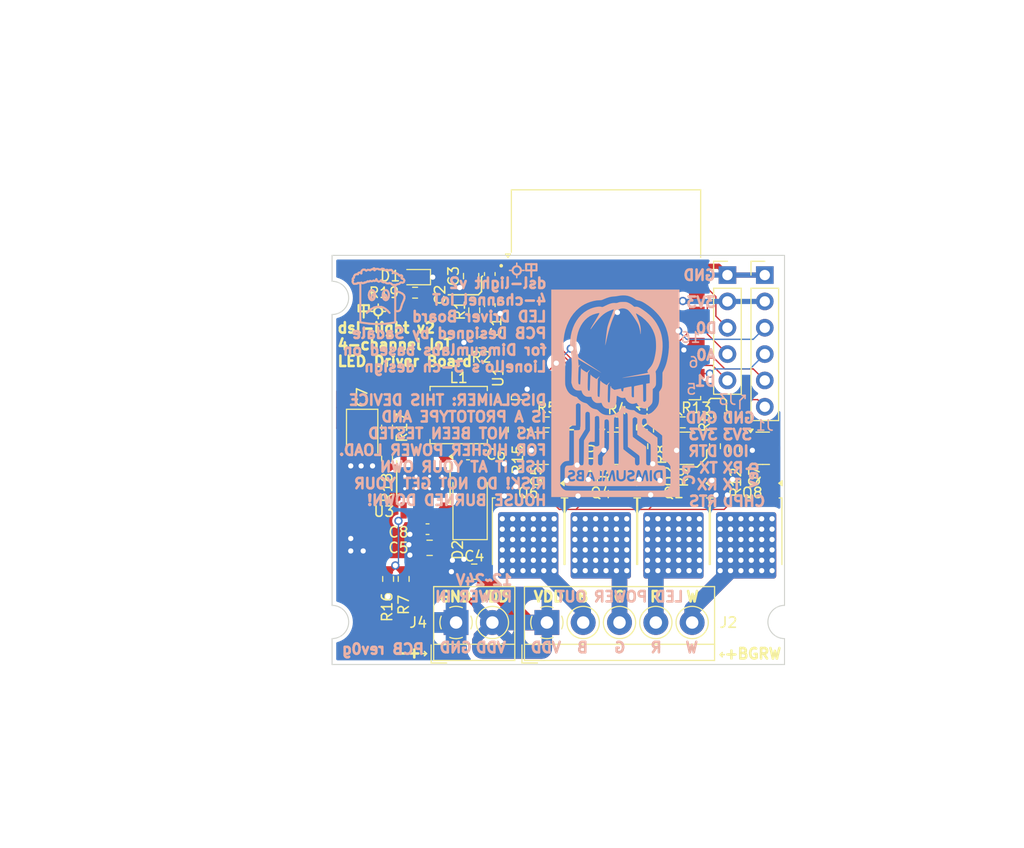
<source format=kicad_pcb>
(kicad_pcb (version 20240108) (generator "pcbnew") (generator_version "8.0")
  (layers (0 "F.Cu" signal) (31 "B.Cu" signal) (34 "B.Paste" user) (35 "F.Paste" user) (36 "B.SilkS" user "B.Silkscreen") (37 "F.SilkS" user "F.Silkscreen") (38 "B.Mask" user) (39 "F.Mask" user) (44 "Edge.Cuts" user))
  (net 0 "")
  (net 1 "CH_PD")
  (net 2 "+3V3")
  (net 3 "ESP_RX")
  (net 4 "GND")
  (net 5 "ESP_TX")
  (net 6 "IO0")
  (net 7 "CH_W_OUT")
  (net 8 "CH_G_OUT")
  (net 9 "CH_R_OUT")
  (net 10 "CH_B_OUT")
  (net 11 "Net-(Q1-G)")
  (net 12 "CH_R")
  (net 13 "Net-(Q3-D)")
  (net 14 "CH_G")
  (net 15 "CH_B")
  (net 16 "Net-(Q5-D)")
  (net 17 "Net-(Q7-D)")
  (net 18 "CH_W")
  (net 19 "Net-(U1-IO15)")
  (net 22 "VDD")
  (net 23 "Net-(U3-BOOT)")
  (net 24 "Net-(D2-K)")
  (net 25 "Net-(Q2-G)")
  (net 26 "Net-(Q2-D)")
  (net 27 "Net-(Q3-G)")
  (net 28 "Net-(Q4-G)")
  (net 29 "Net-(Q5-G)")
  (net 30 "Net-(Q6-G)")
  (net 31 "Net-(Q7-G)")
  (net 32 "Net-(Q8-G)")
  (net 33 "IO6")
  (net 34 "IO5")
  (net 35 "IO16")
  (net 36 "Net-(U3-EN)")
  (net 37 "Net-(U3-VSENSE)")
  (net 40 "Net-(D1-A)")
  (footprint "Resistor_SMD:R_0603_1608Metric" (layer "F.Cu") (at 115.3 88.4 -90)
    (property "Reference" "R17")
    (property "Value" "10k")
  )
  (footprint "Connector_PinHeader_2.54mm:PinHeader_1x06_P2.54mm_Vertical" (layer "F.Cu") (at 151.7 73.7)
    (property "Reference" "J1")
    (property "Value" "UNPOPULATED_2.54MM_PADS")
  )
  (footprint "Package_SO:TI_SO-PowerPAD-8_ThermalVias" (layer "F.Cu") (at 118.8 93.7 -90)
    (property "Reference" "U3")
    (property "Value" "TPS5430DDA")
  )
  (footprint "footprints:TO-252-2-with-heatsink" (layer "F.Cu") (at 128.9 98.5 -90)
    (property "Reference" "Q6")
    (property "Value" "IRLR7843TRPBF")
  )
  (footprint "Resistor_SMD:R_0603_1608Metric" (layer "F.Cu") (at 146.9 90.2 -90)
    (property "Reference" "R9")
    (property "Value" "100")
  )
  (footprint "Package_TO_SOT_SMD:SOT-23" (layer "F.Cu") (at 144.2 90.4)
    (property "Reference" "Q2")
    (property "Value" "AO3400A")
  )
  (footprint "Capacitor_SMD:C_0805_2012Metric" (layer "F.Cu") (at 119.4 100 180)
    (property "Reference" "C5")
    (property "Value" "10u/35V/X5R")
  )
  (footprint "Resistor_SMD:R_0603_1608Metric" (layer "F.Cu") (at 127.5 88.6 -90)
    (property "Reference" "R15")
    (property "Value" "100")
  )
  (footprint "Resistor_SMD:R_0603_1608Metric" (layer "F.Cu") (at 116.9 103 90)
    (property "Reference" "R7")
    (property "Value" "0")
  )
  (footprint "Capacitor_SMD:C_0603_1608Metric" (layer "F.Cu") (at 119.2 98.2 180)
    (property "Reference" "C8")
    (property "Value" "100n")
  )
  (footprint "Resistor_SMD:R_0603_1608Metric" (layer "F.Cu") (at 132.9 90.2 -90)
    (property "Reference" "R14")
    (property "Value" "100")
  )
  (footprint "Capacitor_SMD:C_0805_2012Metric" (layer "F.Cu") (at 123.4 73.8 -90)
    (property "Reference" "C3")
    (property "Value" "10u")
  )
  (footprint "Capacitor_SMD:C_0603_1608Metric" (layer "F.Cu") (at 123.1 91 180)
    (property "Reference" "C6")
    (property "Value" "10n")
  )
  (footprint "Resistor_SMD:R_0603_1608Metric" (layer "F.Cu") (at 147.3 87.2 90)
    (property "Reference" "R6")
    (property "Value" "10k")
  )
  (footprint "Resistor_SMD:R_0603_1608Metric" (layer "F.Cu") (at 139.9 90.2 -90)
    (property "Reference" "R11")
    (property "Value" "100")
  )
  (footprint "TerminalBlock_4Ucon:TerminalBlock_4Ucon_1x02_P3.50mm_Horizontal" (layer "F.Cu") (at 121.95 107.2)
    (property "Reference" "J4")
    (property "Value" "KF350")
  )
  (footprint "footprints:TO-252-2-with-heatsink" (layer "F.Cu") (at 149.9 98.5 -90)
    (property "Reference" "Q8")
    (property "Value" "IRLR7843TRPBF")
  )
  (footprint "Capacitor_Tantalum_SMD:CP_EIA-3528-21_Kemet-B" (layer "F.Cu") (at 112.9 89.1 -90)
    (property "Reference" "C7")
    (property "Value" "150uF/6TPE150MAZB")
  )
  (footprint "Capacitor_SMD:C_0603_1608Metric" (layer "F.Cu") (at 125.2 73.6 -90)
    (property "Reference" "C2")
    (property "Value" "100n")
  )
  (footprint "footprints:TO-252-2-with-heatsink" (layer "F.Cu") (at 135.9 98.5 -90)
    (property "Reference" "Q4")
    (property "Value" "IRLR7843TRPBF")
  )
  (footprint "RF_Module:ESP-WROOM-02" (layer "F.Cu") (at 136.4 78.7)
    (property "Reference" "U1")
    (property "Value" "ESP-WROOM-02")
  )
  (footprint "Inductor_SMD:L_Sunlord_SWPA5040S" (layer "F.Cu") (at 122.2 87.2 180)
    (property "Reference" "L1")
    (property "Value" "68uH/SWPA5040S680MT")
  )
  (footprint "Resistor_SMD:R_0603_1608Metric" (layer "F.Cu") (at 123.7 77.1 90)
    (property "Reference" "R1")
    (property "Value" "10k")
  )
  (footprint "Package_TO_SOT_SMD:SOT-23" (layer "F.Cu") (at 130.2 90.4)
    (property "Reference" "Q5")
    (property "Value" "AO3400A")
  )
  (footprint "Capacitor_SMD:C_0805_2012Metric" (layer "F.Cu") (at 123.7 102.3 180)
    (property "Reference" "C4")
    (property "Value" "10u")
  )
  (footprint "Resistor_SMD:R_0603_1608Metric" (layer "F.Cu") (at 148.75 90.5 -90)
    (property "Reference" "R12")
    (property "Value" "100")
  )
  (footprint "Connector_PinHeader_2.54mm:PinHeader_1x05_P2.54mm_Vertical" (layer "F.Cu") (at 148.1 73.7)
    (property "Reference" "J3")
    (property "Value" "UNPOPULATED_2.54MM_PADS")
  )
  (footprint "Resistor_SMD:R_0603_1608Metric" (layer "F.Cu") (at 124.4 80.2 180)
    (property "Reference" "R2")
    (property "Value" "10k")
  )
  (footprint "Diode_SMD:D_SMA" (layer "F.Cu") (at 123.3 95.7 90)
    (property "Reference" "D2")
    (property "Value" "SS54/SMA")
  )
  (footprint "Resistor_SMD:R_0603_1608Metric" (layer "F.Cu") (at 148.8 87.2 -90)
    (property "Reference" "R13")
    (property "Value" "100")
  )
  (footprint "Package_TO_SOT_SMD:SOT-23" (layer "F.Cu") (at 137.2 90.4)
    (property "Reference" "Q3")
    (property "Value" "AO3400A")
  )
  (footprint "Resistor_SMD:R_0603_1608Metric" (layer "F.Cu") (at 141.5 88.6 -90)
    (property "Reference" "R8")
    (property "Value" "100")
  )
  (footprint "Resistor_SMD:R_0603_1608Metric" (layer "F.Cu") (at 115.3 91.4 -90)
    (property "Reference" "R18")
    (property "Value" "5.6k")
  )
  (footprint "Resistor_SMD:R_0603_1608Metric" (layer "F.Cu") (at 143.8 87.9 180)
    (property "Reference" "R3")
    (property "Value" "10k")
  )
  (footprint "footprints:TO-252-2-with-heatsink" (layer "F.Cu") (at 142.9 98.5 -90)
    (property "Reference" "Q1")
    (property "Value" "IRLR7843TRPBF")
  )
  (footprint "Capacitor_SMD:C_0603_1608Metric" (layer "F.Cu") (at 125.2 76.6 -90)
    (property "Reference" "C1")
    (property "Value" "100n")
  )
  (footprint "Resistor_SMD:R_0603_1608Metric" (layer "F.Cu") (at 137.6 87.9 180)
    (property "Reference" "R4")
    (property "Value" "10k")
  )
  (footprint "Resistor_SMD:R_0603_1608Metric" (layer "F.Cu") (at 118 75.4 180)
    (property "Reference" "R19")
    (property "Value" "100")
  )
  (footprint "Resistor_SMD:R_0603_1608Metric" (layer "F.Cu") (at 130.7 87.9 180)
    (property "Reference" "R5")
    (property "Value" "10k")
  )
  (footprint "Resistor_SMD:R_0603_1608Metric" (layer "F.Cu") (at 134.5 88.6 -90)
    (property "Reference" "R10")
    (property "Value" "100")
  )
  (footprint "Resistor_SMD:R_0603_1608Metric" (layer "F.Cu") (at 115.4 103 -90)
    (property "Reference" "R16")
    (property "Value" "NC")
  )
  (footprint "LED_SMD:LED_0603_1608Metric" (layer "F.Cu") (at 118 73.9 180)
    (property "Reference" "D1")
    (property "Value" "Red/0603")
  )
  (footprint "TerminalBlock_4Ucon:TerminalBlock_4Ucon_1x05_P3.50mm_Horizontal" (layer "F.Cu") (at 130.7 107.2)
    (property "Reference" "J2")
    (property "Value" "KF350")
  )
  (footprint "Package_TO_SOT_SMD:SOT-23" (layer "F.Cu") (at 151.5 90.4)
    (property "Reference" "Q7")
    (property "Value" "AO3400A")
  )
  (footprint "footprints:dimsumlabs" (layer "B.Cu") (at 137.3 85.1 180)
    (property "Reference" "G***" (hide yes))
    (property "Value" "LOGO" (hide yes))
  )
  (gr_line (start 112.690758 73.45134) (end 112.797114 73.521402) (stroke (width 0.2)) (layer "B.SilkS"))
  (gr_line (start 113.435162 74.296419) (end 113.374647 74.346359) (stroke (width 0.2)) (layer "B.SilkS"))
  (gr_line (start 113.289763 73.275228) (end 113.44414 73.189122) (stroke (width 0.2)) (layer "B.SilkS"))
  (gr_line (start 114.671089 73.158216) (end 114.690774 73.1679) (stroke (width 0.2)) (layer "B.SilkS"))
  (gr_line (start 116.580703 77.026748) (end 116.515752 77.11179) (stroke (width 0.2)) (layer "B.SilkS"))
  (gr_line (start 114.818432 73.087581) (end 114.970143 73.107384) (stroke (width 0.2)) (layer "B.SilkS"))
  (gr_line (start 112.178452 74.548977) (end 112.083567 74.52871) (stroke (width 0.2)) (layer "B.SilkS"))
  (gr_line (start 113.915286 76.057832) (end 113.816247 75.987606) (stroke (width 0.2)) (layer "B.SilkS"))
  (gr_line (start 113.317362 74.367208) (end 113.202501 74.41509) (stroke (width 0.2)) (layer "B.SilkS"))
  (gr_line (start 112.635248 74.468496) (end 112.618208 74.46585) (stroke (width 0.2)) (layer "B.SilkS"))
  (gr_line (start 116.267321 74.585167) (end 116.158018 74.648696) (stroke (width 0.2)) (layer "B.SilkS"))
  (gr_line (start 116.46502 74.546096) (end 116.267321 74.585167) (stroke (width 0.2)) (layer "B.SilkS"))
  (gr_line (start 112.811508 73.547251) (end 112.833256 73.495843) (stroke (width 0.2)) (layer "B.SilkS"))
  (gr_line (start 114.299776 73.098285) (end 114.422151 73.10194) (stroke (width 0.2)) (layer "B.SilkS"))
  (gr_line (start 114.339069 74.260298) (end 114.272973 74.102548) (stroke (width 0.2)) (layer "B.SilkS"))
  (gr_line (start 116.912663 76.122541) (end 116.752807 76.488418) (stroke (width 0.2)) (layer "B.SilkS"))
  (gr_line (start 113.081766 74.456452) (end 112.946298 74.48613) (stroke (width 0.2)) (layer "B.SilkS"))
  (gr_line (start 112.91126 73.224651) (end 112.99982 73.175348) (stroke (width 0.2)) (layer "B.SilkS"))
  (gr_line (start 113.993909 74.235626) (end 113.983035 74.244436) (stroke (width 0.2)) (layer "B.SilkS"))
  (gr_line (start 115.282044 74.492348) (end 115.187633 74.452373) (stroke (width 0.2)) (layer "B.SilkS"))
  (gr_line (start 113.44414 73.189122) (end 113.62289 73.21295) (stroke (width 0.2)) (layer "B.SilkS"))
  (gr_line (start 113.374647 74.346359) (end 113.317362 74.367208) (stroke (width 0.2)) (layer "B.SilkS"))
  (gr_line (start 114.045826 76.833624) (end 113.762147 76.984623) (stroke (width 0.2)) (layer "B.SilkS"))
  (gr_line (start 112.99982 73.175348) (end 113.162976 73.177737) (stroke (width 0.2)) (layer "B.SilkS"))
  (gr_line (start 114.158417 74.257666) (end 114.071865 74.268623) (stroke (width 0.2)) (layer "B.SilkS"))
  (gr_line (start 114.272973 74.102548) (end 114.260644 74.098447) (stroke (width 0.2)) (layer "B.SilkS"))
  (gr_line (start 116.642513 74.40606) (end 116.640396 74.404208) (stroke (width 0.2)) (layer "B.SilkS"))
  (gr_line (start 114.071865 74.268623) (end 113.993909 74.235626) (stroke (width 0.2)) (layer "B.SilkS"))
  (gr_line (start 113.541797 74.323751) (end 113.512714 74.312585) (stroke (width 0.2)) (layer "B.SilkS"))
  (gr_line (start 113.131119 74.415619) (end 113.081766 74.456452) (stroke (width 0.2)) (layer "B.SilkS"))
  (gr_line (start 115.187633 74.452373) (end 115.117243 74.378662) (stroke (width 0.2)) (layer "B.SilkS"))
  (gr_line (start 116.966514 74.217434) (end 116.926874 74.367576) (stroke (width 0.2)) (layer "B.SilkS"))
  (gr_line (start 116.188655 73.557679) (end 116.285008 73.572072) (stroke (width 0.2)) (layer "B.SilkS"))
  (gr_line (start 113.842703 75.144417) (end 113.960315 75.182837) (stroke (width 0.2)) (layer "B.SilkS"))
  (gr_line (start 112.850439 73.301336) (end 112.91126 73.224651) (stroke (width 0.2)) (layer "B.SilkS"))
  (gr_line (start 149.3 86.6) (end 149.3 85.8) (stroke (width 0.15)) (layer "B.SilkS"))
  (gr_line (start 116.515752 77.11179) (end 116.421423 77.166581) (stroke (width 0.2)) (layer "B.SilkS"))
  (gr_line (start 114.040037 73.050086) (end 114.040098 73.050393) (stroke (width 0.2)) (layer "B.SilkS"))
  (gr_line (start 113.727072 76.084997) (end 113.629046 75.979017) (stroke (width 0.2)) (layer "B.SilkS"))
  (gr_line (start 116.425134 73.703088) (end 116.483297 73.743921) (stroke (width 0.2)) (layer "B.SilkS"))
  (gr_line (start 114.690774 73.1679) (end 114.818432 73.087581) (stroke (width 0.2)) (layer "B.SilkS"))
  (gr_line (start 128.7 72.65) (end 129.7 72.65) (stroke (width 0.2)) (layer "B.SilkS"))
  (gr_line (start 114.080637 73.063913) (end 114.118505 73.118397) (stroke (width 0.2)) (layer "B.SilkS"))
  (gr_line (start 116.926874 74.367576) (end 116.792655 74.445697) (stroke (width 0.2)) (layer "B.SilkS"))
  (gr_line (start 114.767062 74.28584) (end 114.729771 74.192718) (stroke (width 0.2)) (layer "B.SilkS"))
  (gr_line (start 115.784744 73.262457) (end 115.888736 73.423733) (stroke (width 0.2)) (layer "B.SilkS"))
  (gr_line (start 115.895774 73.494824) (end 115.938957 73.473367) (stroke (width 0.2)) (layer "B.SilkS"))
  (gr_line (start 115.266841 73.193427) (end 115.360123 73.211088) (stroke (width 0.2)) (layer "B.SilkS"))
  (gr_line (start 113.727072 75.181631) (end 113.842703 75.144417) (stroke (width 0.2)) (layer "B.SilkS"))
  (gr_line (start 114.970143 73.107384) (end 115.080008 73.236639) (stroke (width 0.2)) (layer "B.SilkS"))
  (gr_line (start 114.875401 75.633314) (end 114.899145 75.823614) (stroke (width 0.2)) (layer "B.SilkS"))
  (gr_line (start 114.121112 75.443013) (end 114.144857 75.633314) (stroke (width 0.2)) (layer "B.SilkS"))
  (gr_line (start 114.964906 75.818064) (end 114.964906 75.818064) (stroke (width 0.2)) (layer "B.SilkS"))
  (gr_line (start 114.040098 73.050393) (end 114.080637 73.063913) (stroke (width 0.2)) (layer "B.SilkS"))
  (gr_line (start 115.688314 74.5082) (end 115.563468 74.481175) (stroke (width 0.2)) (layer "B.SilkS"))
  (gr_line (start 115.563468 74.481175) (end 115.531446 74.460035) (stroke (width 0.2)) (layer "B.SilkS"))
  (gr_line (start 114.014325 75.987606) (end 113.915286 76.057832) (stroke (width 0.2)) (layer "B.SilkS"))
  (gr_line (start 116.888393 74.083215) (end 116.966514 74.217434) (stroke (width 0.2)) (layer "B.SilkS"))
  (gr_line (start 115.104969 76.057832) (end 115.20401 75.987607) (stroke (width 0.2)) (layer "B.SilkS"))
  (gr_line (start 116.095812 78.260213) (end 115.272452 78.384494) (stroke (width 0.2)) (layer "B.SilkS"))
  (gr_line (start 114.899145 75.823614) (end 114.963899 75.979016) (stroke (width 0.2)) (layer "B.SilkS"))
  (gr_line (start 113.542022 77.152496) (end 113.345871 77.348785) (stroke (width 0.2)) (layer "B.SilkS"))
  (gr_line (start 113.762147 76.984623) (end 113.542022 77.152496) (stroke (width 0.2)) (layer "B.SilkS"))
  (gr_line (start 115.20401 75.64852) (end 115.104969 75.578294) (stroke (width 0.2)) (layer "B.SilkS"))
  (gr_line (start 114.121112 75.823614) (end 114.056358 75.979016) (stroke (width 0.2)) (layer "B.SilkS"))
  (gr_line (start 114.963899 75.979016) (end 115.059943 76.083791) (stroke (width 0.2)) (layer "B.SilkS"))
  (gr_line (start 149.8 85.3) (end 149.8 85.6) (stroke (width 0.15)) (layer "B.SilkS"))
  (gr_line (start 113.816246 75.648521) (end 113.915286 75.578294) (stroke (width 0.2)) (layer "B.SilkS"))
  (gr_line (start 113.563546 75.44622) (end 113.629046 75.28761) (stroke (width 0.2)) (layer "B.SilkS"))
  (gr_line (start 113.622583 74.290553) (end 113.541797 74.323751) (stroke (width 0.2)) (layer "B.SilkS"))
  (gr_line (start 128.7 73.25) (end 128.7 72.65) (stroke (width 0.2)) (layer "B.SilkS"))
  (gr_line (start 114.187033 73.145103) (end 114.299776 73.098285) (stroke (width 0.2)) (layer "B.SilkS"))
  (gr_line (start 112.393476 74.522803) (end 112.287143 74.533711) (stroke (width 0.2)) (layer "B.SilkS"))
  (gr_line (start 115.080008 73.236639) (end 115.263904 73.193162) (stroke (width 0.2)) (layer "B.SilkS"))
  (gr_line (start 115.177555 75.144417) (end 115.059943 75.182837) (stroke (width 0.2)) (layer "B.SilkS"))
  (gr_line (start 112.110298 73.945301) (end 112.122324 73.797324) (stroke (width 0.2)) (layer "B.SilkS"))
  (gr_line (start 116.982297 75.786984) (end 116.970131 75.950446) (stroke (width 0.2)) (layer "B.SilkS"))
  (gr_line (start 129.2 72.65) (end 129.2 73.85) (stroke (width 0.2)) (layer "B.SilkS"))
  (gr_line (start 112.495415 74.465559) (end 112.477794 74.459977) (stroke (width 0.2)) (layer "B.SilkS"))
  (gr_line (start 127.4 73.25) (end 127.1 73.25) (stroke (width 0.15)) (layer "B.SilkS"))
  (gr_line (start 116.703616 73.971879) (end 116.746211 74.042969) (stroke (width 0.2)) (layer "B.SilkS"))
  (gr_line (start 115.772483 74.60624) (end 115.688314 74.5082) (stroke (width 0.2)) (layer "B.SilkS"))
  (gr_line (start 112.287143 74.533711) (end 112.178452 74.548977) (stroke (width 0.2)) (layer "B.SilkS"))
  (gr_line (start 114.118505 73.118397) (end 114.106778 73.183767) (stroke (width 0.2)) (layer "B.SilkS"))
  (gr_line (start 115.20401 75.987607) (end 115.245034 75.818064) (stroke (width 0.2)) (layer "B.SilkS"))
  (gr_line (start 116.663688 76.78678) (end 116.580703 77.026748) (stroke (width 0.2)) (layer "B.SilkS"))
  (gr_line (start 115.360123 73.211088) (end 115.435166 73.268042) (stroke (width 0.2)) (layer "B.SilkS"))
  (gr_line (start 112.210472 73.672397) (end 112.348016 73.6112) (stroke (width 0.2)) (layer "B.SilkS"))
  (gr_line (start 113.915286 75.578294) (end 114.014325 75.648521) (stroke (width 0.2)) (layer "B.SilkS"))
  (gr_line (start 113.629046 75.979017) (end 113.563546 75.820407) (stroke (width 0.2)) (layer "B.SilkS"))
  (gr_line (start 128.2 73.25) (end 128.5 73.25) (stroke (width 0.15)) (layer "B.SilkS"))
  (gr_line (start 115.39121 75.979016) (end 115.455964 75.823614) (stroke (width 0.2)) (layer "B.SilkS"))
  (gr_line (start 115.245034 75.818064) (end 115.20401 75.64852) (stroke (width 0.2)) (layer "B.SilkS"))
  (gr_line (start 115.272452 78.384494) (end 114.43643 78.42647) (stroke (width 0.2)) (layer "B.SilkS"))
  (gr_line (start 115.531446 74.460035) (end 115.409263 74.504404) (stroke (width 0.2)) (layer "B.SilkS"))
  (gr_line (start 113.654602 74.27235) (end 113.622583 74.290553) (stroke (width 0.2)) (layer "B.SilkS"))
  (gr_line (start 127.8 72.85) (end 127.8 72.55) (stroke (width 0.15)) (layer "B.SilkS"))
  (gr_line (start 114.52891 73.152924) (end 114.671089 73.158216) (stroke (width 0.2)) (layer "B.SilkS"))
  (gr_line (start 116.285008 73.572072) (end 116.369733 73.624433) (stroke (width 0.2)) (layer "B.SilkS"))
  (gr_line (start 113.563546 75.820407) (end 113.540546 75.633314) (stroke (width 0.2)) (layer "B.SilkS"))
  (gr_line (start 113.960315 75.182837) (end 114.056358 75.287612) (stroke (width 0.2)) (layer "B.SilkS"))
  (gr_line (start 113.827389 74.300766) (end 113.67106 74.26002) (stroke (width 0.2)) (layer "B.SilkS"))
  (gr_line (start 113.202501 74.41509) (end 113.131119 74.415619) (stroke (width 0.2)) (layer "B.SilkS"))
  (gr_line (start 114.235217 74.193082) (end 114.158417 74.257666) (stroke (width 0.2)) (layer "B.SilkS"))
  (gr_line (start 116.746211 74.042969) (end 116.888393 74.083215) (stroke (width 0.2)) (layer "B.SilkS"))
  (gr_line (start 113.816247 75.987606) (end 113.775223 75.818064) (stroke (width 0.2)) (layer "B.SilkS"))
  (gr_line (start 114.899145 75.443013) (end 114.875401 75.633314) (stroke (width 0.2)) (layer "B.SilkS"))
  (gr_line (start 112.006013 74.425893) (end 111.975895 74.339263) (stroke (width 0.2)) (layer "B.SilkS"))
  (gr_line (start 114.43643 78.42647) (end 113.587619 78.385318) (stroke (width 0.2)) (layer "B.SilkS"))
  (gr_line (start 114.014325 75.648521) (end 114.055348 75.818064) (stroke (width 0.2)) (layer "B.SilkS"))
  (gr_line (start 116.158018 74.648696) (end 116.029667 74.650088) (stroke (width 0.2)) (layer "B.SilkS"))
  (gr_line (start 112.591475 74.458521) (end 112.495415 74.465559) (stroke (width 0.2)) (layer "B.SilkS"))
  (gr_line (start 112.773905 74.462622) (end 112.635248 74.468496) (stroke (width 0.2)) (layer "B.SilkS"))
  (gr_circle (center 127.8 73.25) (end 128.2 73.25) (stroke (width 0.2)) (fill none) (layer "B.SilkS"))
  (gr_line (start 115.39121 75.287612) (end 115.295167 75.182837) (stroke (width 0.2)) (layer "B.SilkS"))
  (gr_line (start 116.640396 74.404208) (end 116.545805 74.472949) (stroke (width 0.2)) (layer "B.SilkS"))
  (gr_line (start 115.409263 74.504404) (end 115.282044 74.492348) (stroke (width 0.2)) (layer "B.SilkS"))
  (gr_line (start 114.106778 73.183767) (end 114.073581 73.213731) (stroke (width 0.2)) (layer "B.SilkS"))
  (gr_line (start 116.029667 74.650088) (end 115.895417 74.658607) (stroke (width 0.2)) (layer "B.SilkS"))
  (gr_line (start 113.67106 74.26002) (end 113.654602 74.27235) (stroke (width 0.2)) (layer "B.SilkS"))
  (gr_line (start 115.144597 76.95708) (end 114.945404 76.841807) (stroke (width 0.2)) (layer "B.SilkS"))
  (gr_line (start 114.056358 75.979016) (end 113.960315 76.083791) (stroke (width 0.2)) (layer "B.SilkS"))
  (gr_line (start 115.642856 73.206058) (end 115.706896 73.197829) (stroke (width 0.2)) (layer "B.SilkS"))
  (gr_line (start 116.084877 74.669992) (end 116.084877 78.250887) (stroke (width 0.2)) (layer "B.SilkS"))
  (gr_line (start 149.3 85.8) (end 149.8 85.3) (stroke (width 0.15)) (layer "B.SilkS"))
  (gr_line (start 116.510912 73.778587) (end 116.57877 73.714841) (stroke (width 0.2)) (layer "B.SilkS"))
  (gr_line (start 115.455964 75.823614) (end 115.479709 75.633314) (stroke (width 0.2)) (layer "B.SilkS"))
  (gr_line (start 115.938957 73.473367) (end 116.069095 73.492178) (stroke (width 0.2)) (layer "B.SilkS"))
  (gr_line (start 111.994612 74.136767) (end 111.99485 74.056635) (stroke (width 0.2)) (layer "B.SilkS"))
  (gr_line (start 112.723362 74.478325) (end 112.723362 78.250887) (stroke (width 0.2)) (layer "B.SilkS"))
  (gr_line (start 111.99485 74.056635) (end 112.038075 73.984187) (stroke (width 0.2)) (layer "B.SilkS"))
  (gr_line (start 113.960315 76.083791) (end 113.842703 76.122211) (stroke (width 0.2)) (layer "B.SilkS"))
  (gr_line (start 112.946298 74.48613) (end 112.822668 74.429428) (stroke (width 0.2)) (layer "B.SilkS"))
  (gr_line (start 112.122324 73.797324) (end 112.210472 73.672397) (stroke (width 0.2)) (layer "B.SilkS"))
  (gr_line (start 116.926412 75.633208) (end 116.982297 75.786984) (stroke (width 0.2)) (layer "B.SilkS"))
  (gr_line (start 116.136559 73.501755) (end 116.185718 73.550932) (stroke (width 0.2)) (layer "B.SilkS"))
  (gr_line (start 116.970131 75.950446) (end 116.912663 76.122541) (stroke (width 0.2)) (layer "B.SilkS"))
  (gr_line (start 129.7 73.25) (end 128.7 73.25) (stroke (width 0.2)) (layer "B.SilkS"))
  (gr_line (start 115.117243 74.378662) (end 114.977777 74.408791) (stroke (width 0.2)) (layer "B.SilkS"))
  (gr_line (start 116.683349 73.957194) (end 116.703616 73.971879) (stroke (width 0.2)) (layer "B.SilkS"))
  (gr_line (start 116.519501 75.358924) (end 116.779729 75.49017) (stroke (width 0.2)) (layer "B.SilkS"))
  (gr_line (start 114.073581 73.213731) (end 114.076518 73.216668) (stroke (width 0.2)) (layer "B.SilkS"))
  (gr_line (start 116.792655 74.445697) (end 116.642513 74.40606) (stroke (width 0.2)) (layer "B.SilkS"))
  (gr_line (start 114.105601 73.230479) (end 114.187033 73.145103) (stroke (width 0.2)) (layer "B.SilkS"))
  (gr_line (start 114.422151 73.10194) (end 114.52891 73.152924) (stroke (width 0.2)) (layer "B.SilkS"))
  (gr_line (start 113.775223 75.818064) (end 113.816246 75.648521) (stroke (width 0.2)) (layer "B.SilkS"))
  (gr_line (start 112.618208 74.46585) (end 112.591475 74.458521) (stroke (width 0.2)) (layer "B.SilkS"))
  (gr_line (start 115.059943 76.083791) (end 115.177555 76.122211) (stroke (width 0.2)) (layer "B.SilkS"))
  (gr_line (start 114.076518 73.216668) (end 114.105601 73.230479) (stroke (width 0.2)) (layer "B.SilkS"))
  (gr_line (start 114.260644 74.098447) (end 114.235217 74.193082) (stroke (width 0.2)) (layer "B.SilkS"))
  (gr_line (start 113.947494 73.14409) (end 113.960723 73.090038) (stroke (width 0.2)) (layer "B.SilkS"))
  (gr_line (start 116.12298 75.240524) (end 116.519501 75.358924) (stroke (width 0.2)) (layer "B.SilkS"))
  (gr_line (start 115.346319 77.124093) (end 115.144597 76.95708) (stroke (width 0.2)) (layer "B.SilkS"))
  (gr_line (start 114.963899 75.287612) (end 114.899145 75.443013) (stroke (width 0.2)) (layer "B.SilkS"))
  (gr_line (start 113.842703 76.122211) (end 113.727072 76.084997) (stroke (width 0.2)) (layer "B.SilkS"))
  (gr_line (start 115.706896 73.197829) (end 115.784744 73.262457) (stroke (width 0.2)) (layer "B.SilkS"))
  (gr_line (start 115.479709 75.633314) (end 115.455964 75.443013) (stroke (width 0.2)) (layer "B.SilkS"))
  (gr_line (start 114.945404 76.841807) (end 114.750411 76.772332) (stroke (width 0.2)) (layer "B.SilkS"))
  (gr_line (start 115.5489 77.348785) (end 115.346319 77.124093) (stroke (width 0.2)) (layer "B.SilkS"))
  (gr_line (start 114.055348 75.818064) (end 114.055348 75.818064) (stroke (width 0.2)) (layer "B.SilkS"))
  (gr_line (start 114.506267 74.333881) (end 114.339069 74.260298) (stroke (width 0.2)) (layer "B.SilkS"))
  (gr_line (start 115.059943 75.182837) (end 114.963899 75.287612) (stroke (width 0.2)) (layer "B.SilkS"))
  (gr_line (start 116.545805 74.472949) (end 116.46502 74.546096) (stroke (width 0.2)) (layer "B.SilkS"))
  (gr_line (start 112.493365 73.626862) (end 112.508963 73.543392) (stroke (width 0.2)) (layer "B.SilkS"))
  (gr_line (start 113.62289 73.21295) (end 113.668422 73.24115) (stroke (width 0.2)) (layer "B.SilkS"))
  (gr_line (start 112.833256 73.495843) (end 112.822668 73.395151) (stroke (width 0.2)) (layer "B.SilkS"))
  (gr_line (start 113.512714 74.312585) (end 113.435162 74.296419) (stroke (width 0.2)) (layer "B.SilkS"))
  (gr_line (start 116.751209 73.786517) (end 116.751802 73.88572) (stroke (width 0.2)) (layer "B.SilkS"))
  (gr_line (start 115.550908 73.211641) (end 115.642856 73.206058) (stroke (width 0.2)) (layer "B.SilkS"))
  (gr_line (start 113.587619 78.385318) (end 112.725894 78.260213) (stroke (width 0.2)) (layer "B.SilkS"))
  (gr_line (start 113.983035 74.244436) (end 113.827389 74.300766) (stroke (width 0.2)) (layer "B.SilkS"))
  (gr_line (start 114.839049 74.36075) (end 114.767062 74.28584) (stroke (width 0.2)) (layer "B.SilkS"))
  (gr_line (start 113.668422 73.24115) (end 113.812659 73.145677) (stroke (width 0.2)) (layer "B.SilkS"))
  (gr_line (start 115.435166 73.268042) (end 115.550908 73.211641) (stroke (width 0.2)) (layer "B.SilkS"))
  (gr_line (start 113.540546 75.633314) (end 113.563546 75.44622) (stroke (width 0.2)) (layer "B.SilkS"))
  (gr_line (start 116.779729 75.49017) (end 116.926412 75.633208) (stroke (width 0.2)) (layer "B.SilkS"))
  (gr_line (start 114.379701 76.74702) (end 114.045826 76.833624) (stroke (width 0.2)) (layer "B.SilkS"))
  (gr_line (start 115.888736 73.423733) (end 115.895774 73.494824) (stroke (width 0.2)) (layer "B.SilkS"))
  (gr_line (start 114.875401 75.633314) (end 114.875401 75.633314) (stroke (width 0.2)) (layer "B.SilkS"))
  (gr_line (start 115.295167 76.083791) (end 115.39121 75.979016) (stroke (width 0.2)) (layer "B.SilkS"))
  (gr_line (start 111.997202 74.24758) (end 112.032453 74.204691) (stroke (width 0.2)) (layer "B.SilkS"))
  (gr_line (start 114.964906 75.818064) (end 115.00593 75.987606) (stroke (width 0.2)) (layer "B.SilkS"))
  (gr_line (start 116.069095 73.492178) (end 116.136559 73.501755) (stroke (width 0.2)) (layer "B.SilkS"))
  (gr_line (start 112.797114 73.521402) (end 112.811508 73.547251) (stroke (width 0.2)) (layer "B.SilkS"))
  (gr_line (start 116.185718 73.550932) (end 116.188655 73.557679) (stroke (width 0.2)) (layer "B.SilkS"))
  (gr_line (start 113.960723 73.090038) (end 114.040037 73.050086) (stroke (width 0.2)) (layer "B.SilkS"))
  (gr_line (start 112.822668 73.395151) (end 112.850439 73.301336) (stroke (width 0.2)) (layer "B.SilkS"))
  (gr_line (start 129.7 72.65) (end 129.7 73.25) (stroke (width 0.2)) (layer "B.SilkS"))
  (gr_line (start 112.032453 74.204691) (end 111.994612 74.136767) (stroke (width 0.2)) (layer "B.SilkS"))
  (gr_line (start 114.977777 74.408791) (end 114.839049 74.36075) (stroke (width 0.2)) (layer "B.SilkS"))
  (gr_line (start 115.895417 74.658607) (end 115.772483 74.60624) (stroke (width 0.2)) (layer "B.SilkS"))
  (gr_line (start 114.144857 75.633314) (end 114.144857 75.633314) (stroke (width 0.2)) (layer "B.SilkS"))
  (gr_line (start 112.083567 74.52871) (end 112.006013 74.425893) (stroke (width 0.2)) (layer "B.SilkS"))
  (gr_line (start 116.679829 73.71496) (end 116.751209 73.786517) (stroke (width 0.2)) (layer "B.SilkS"))
  (gr_line (start 112.348016 73.6112) (end 112.493365 73.626862) (stroke (width 0.2)) (layer "B.SilkS"))
  (gr_line (start 113.629046 75.28761) (end 113.727072 75.181631) (stroke (width 0.2)) (layer "B.SilkS"))
  (gr_line (start 114.055348 75.818064) (end 114.014325 75.987606) (stroke (width 0.2)) (layer "B.SilkS"))
  (gr_line (start 112.038075 73.984187) (end 112.110298 73.945301) (stroke (width 0.2)) (layer "B.SilkS"))
  (gr_line (start 116.57877 73.714841) (end 116.679829 73.71496) (stroke (width 0.2)) (layer "B.SilkS"))
  (gr_line (start 116.287413 77.185903) (end 116.103416 77.164539) (stroke (width 0.2)) (layer "B.SilkS"))
  (gr_line (start 114.729771 74.192718) (end 114.676601 74.267627) (stroke (width 0.2)) (layer "B.SilkS"))
  (gr_line (start 115.00593 75.987606) (end 115.104969 76.057832) (stroke (width 0.2)) (layer "B.SilkS"))
  (gr_line (start 115.263904 73.193162) (end 115.266841 73.193427) (stroke (width 0.2)) (layer "B.SilkS"))
  (gr_line (start 116.421423 77.166581) (end 116.287413 77.185903) (stroke (width 0.2)) (layer "B.SilkS"))
  (gr_line (start 116.752807 76.488418) (end 116.663688 76.78678) (stroke (width 0.2)) (layer "B.SilkS"))
  (gr_line (start 115.455964 75.443013) (end 115.39121 75.287612) (stroke (width 0.2)) (layer "B.SilkS"))
  (gr_line (start 116.369733 73.624433) (end 116.425134 73.703088) (stroke (width 0.2)) (layer "B.SilkS"))
  (gr_line (start 113.162976 73.177737) (end 113.289763 73.275228) (stroke (width 0.2)) (layer "B.SilkS"))
  (gr_line (start 127.8 73.65) (end 127.8 73.95) (stroke (width 0.15)) (layer "B.SilkS"))
  (gr_line (start 112.477794 74.459977) (end 112.393476 74.522803) (stroke (width 0.2)) (layer "B.SilkS"))
  (gr_line (start 114.144857 75.633314) (end 114.121112 75.823614) (stroke (width 0.2)) (layer "B.SilkS"))
  (gr_line (start 112.565924 73.477044) (end 112.690758 73.45134) (stroke (width 0.2)) (layer "B.SilkS"))
  (gr_line (start 115.177555 76.122211) (end 115.295167 76.083791) (stroke (width 0.2)) (layer "B.SilkS"))
  (gr_line (start 116.751802 73.88572) (end 116.683349 73.957194) (stroke (width 0.2)) (layer "B.SilkS"))
  (gr_line (start 115.104969 75.578294) (end 115.005929 75.648521) (stroke (width 0.2)) (layer "B.SilkS"))
  (gr_line (start 115.005929 75.648521) (end 114.964906 75.818064) (stroke (width 0.2)) (layer "B.SilkS"))
  (gr_line (start 115.295167 75.182837) (end 115.177555 75.144417) (stroke (width 0.2)) (layer "B.SilkS"))
  (gr_line (start 111.975895 74.339263) (end 111.997202 74.24758) (stroke (width 0.2)) (layer "B.SilkS"))
  (gr_line (start 149.8 85.3) (end 149.5 85.3) (stroke (width 0.15)) (layer "B.SilkS"))
  (gr_line (start 112.508963 73.543392) (end 112.565924 73.477044) (stroke (width 0.2)) (layer "B.SilkS"))
  (gr_line (start 113.812659 73.145677) (end 113.947494 73.14409) (stroke (width 0.2)) (layer "B.SilkS"))
  (gr_line (start 114.676601 74.267627) (end 114.506267 74.333881) (stroke (width 0.2)) (layer "B.SilkS"))
  (gr_line (start 116.483297 73.743921) (end 116.510912 73.778587) (stroke (width 0.2)) (layer "B.SilkS"))
  (gr_line (start 112.822668 74.429428) (end 112.773905 74.462622) (stroke (width 0.2)) (layer "B.SilkS"))
  (gr_line (start 114.750411 76.772332) (end 114.379701 76.74702) (stroke (width 0.2)) (layer "B.SilkS"))
  (gr_line (start 114.056358 75.287612) (end 114.121112 75.443013) (stroke (width 0.2)) (layer "B.SilkS"))
  (gr_line (start 144.3 92.4) (end 144.5 92.2) (stroke (width 0.15)) (layer "F.SilkS"))
  (gr_line (start 114.45 76.5) (end 114.45 76.8) (stroke (width 0.15)) (layer "F.SilkS"))
  (gr_circle (center 114.45 77.2) (end 114.05 77.2) (stroke (width 0.2)) (fill none) (layer "F.SilkS"))
  (gr_line (start 112.55 76.6) (end 113.55 76.6) (stroke (width 0.2)) (layer "F.SilkS"))
  (gr_line (start 144.5 92.2) (end 145.2 92.2) (stroke (width 0.15)) (layer "F.SilkS"))
  (gr_line (start 124.4 73.9) (end 124.5 73.8) (stroke (width 0.15)) (layer "F.SilkS"))
  (gr_line (start 119.1 110.2) (end 118.7 110.2) (stroke (width 0.15)) (layer "F.SilkS"))
  (gr_line (start 145.2 92.2) (end 146.1 91.3) (stroke (width 0.15)) (layer "F.SilkS"))
  (gr_line (start 146.1 91.3) (end 146.1 90.6) (stroke (width 0.15)) (layer "F.SilkS"))
  (gr_line (start 121.2 75.6) (end 124.1 75.6) (stroke (width 0.15)) (layer "F.SilkS"))
  (gr_circle (center 126.3 72.8) (end 126.4 72.8) (stroke (width 0.15)) (fill solid) (layer "F.SilkS"))
  (gr_line (start 112.55 77.2) (end 112.55 76.6) (stroke (width 0.2)) (layer "F.SilkS"))
  (gr_line (start 119.1 110.2) (end 118.9 110) (stroke (width 0.15)) (layer "F.SilkS"))
  (gr_line (start 119.1 110.2) (end 118.9 110.4) (stroke (width 0.15)) (layer "F.SilkS"))
  (gr_line (start 113.05 77.8) (end 113.05 76.6) (stroke (width 0.2)) (layer "F.SilkS"))
  (gr_line (start 146.5 85.6) (end 147.8 85.6) (stroke (width 0.15)) (layer "F.SilkS"))
  (gr_line (start 147.4 110.3) (end 147.6 110.5) (stroke (width 0.15)) (layer "F.SilkS"))
  (gr_line (start 113.75 77.2) (end 114.05 77.2) (stroke (width 0.15)) (layer "F.SilkS"))
  (gr_line (start 113.55 76.6) (end 113.55 77.2) (stroke (width 0.2)) (layer "F.SilkS"))
  (gr_line (start 143.5 87) (end 143.7 87.2) (stroke (width 0.15)) (layer "F.SilkS"))
  (gr_line (start 146.3 85.8) (end 146.5 85.6) (stroke (width 0.15)) (layer "F.SilkS"))
  (gr_line (start 115.15 77.2) (end 114.85 77.2) (stroke (width 0.15)) (layer "F.SilkS"))
  (gr_line (start 124.4 75.3) (end 124.4 73.9) (stroke (width 0.15)) (layer "F.SilkS"))
  (gr_line (start 147.4 110.3) (end 147.6 110.1) (stroke (width 0.15)) (layer "F.SilkS"))
  (gr_line (start 114.45 77.9) (end 114.45 77.6) (stroke (width 0.15)) (layer "F.SilkS"))
  (gr_line (start 124.1 75.6) (end 124.4 75.3) (stroke (width 0.15)) (layer "F.SilkS"))
  (gr_line (start 147.8 110.3) (end 147.4 110.3) (stroke (width 0.15)) (layer "F.SilkS"))
  (gr_line (start 146.1 90.6) (end 146.2 90.5) (stroke (width 0.15)) (layer "F.SilkS"))
  (gr_line (start 147.8 85.6) (end 148 85.8) (stroke (width 0.15)) (layer "F.SilkS"))
  (gr_line (start 148 85.8) (end 148 86.7) (stroke (width 0.15)) (layer "F.SilkS"))
  (gr_line (start 113.55 77.2) (end 112.55 77.2) (stroke (width 0.2)) (layer "F.SilkS"))
  (gr_line (start 148 86.7) (end 148.1 86.8) (stroke (width 0.15)) (layer "F.SilkS"))
  (gr_line (start 110 108.75) (end 110 111.25) (stroke (width 0.1)) (layer "Edge.Cuts"))
  (gr_arc (start 153.6 108.75) (mid 152 107.15) (end 153.6 105.55) (stroke (width 0.1)) (layer "Edge.Cuts"))
  (gr_line (start 153.6 111.25) (end 153.6 108.75) (stroke (width 0.1)) (layer "Edge.Cuts"))
  (gr_line (start 110 77.5) (end 110 105.55) (stroke (width 0.1)) (layer "Edge.Cuts"))
  (gr_line (start 153.6 105.55) (end 153.6 71.8) (stroke (width 0.1)) (layer "Edge.Cuts"))
  (gr_line (start 110 71.8) (end 110 74.3) (stroke (width 0.1)) (layer "Edge.Cuts"))
  (gr_line (start 110 71.8) (end 153.6 71.8) (stroke (width 0.1)) (layer "Edge.Cuts"))
  (gr_arc (start 110 74.3) (mid 111.6 75.9) (end 110 77.5) (stroke (width 0.1)) (layer "Edge.Cuts"))
  (gr_arc (start 110 105.55) (mid 111.6 107.15) (end 110 108.75) (stroke (width 0.1)) (layer "Edge.Cuts"))
  (gr_line (start 153.6 111.25) (end 110 111.25) (stroke (width 0.1)) (layer "Edge.Cuts"))
  (gr_text "B" (at 134.8 110.2 0) (layer "B.SilkS") (effects (font (size 1 1) (thickness 0.25) (bold yes)) (justify left bottom mirror)))
  (gr_text "PCB rev0g" (at 119 110.35 0) (layer "B.SilkS") (effects (font (size 1 1) (thickness 0.25) (bold yes)) (justify left bottom mirror)))
  (gr_text "D1" (at 147.1 84.5 0) (layer "B.SilkS") (effects (font (size 1 1) (thickness 0.25) (bold yes)) (justify left bottom mirror)))
  (gr_text "6" (at 145.4 82.7 0) (layer "B.SilkS") (effects (font (size 1 1)) (justify left bottom mirror)))
  (gr_text "5" (at 145.2 85.3 0) (layer "B.SilkS") (effects (font (size 1 1)) (justify left bottom mirror)))
  (gr_text "GND\n3V3\nIO0\nRX\nTX\nCHPD" (at 147.5 96.1 0) (layer "B.SilkS") (effects (font (size 1 1) (thickness 0.25) (bold yes)) (justify right bottom mirror)))
  (gr_text "GND\n3V3\nDTR\nTX\nRX\nRTS" (at 147.3 96.1 0) (layer "B.SilkS") (effects (font (size 1 1) (thickness 0.25) (bold yes)) (justify left bottom mirror)))
  (gr_text "3V3" (at 147.1 76.9 0) (layer "B.SilkS") (effects (font (size 1 1) (thickness 0.25) (bold yes)) (justify left bottom mirror)))
  (gr_text "12~24V\nPOWER IN" (at 127.5 105.3 0) (layer "B.SilkS") (effects (font (size 1 1) (thickness 0.25) (bold yes)) (justify left bottom mirror)))
  (gr_text "VDD" (at 126.9 110.2 0) (layer "B.SilkS") (effects (font (size 1 1) (thickness 0.25) (bold yes)) (justify left bottom mirror)))
  (gr_text "VDD" (at 132.2 110.2 0) (layer "B.SilkS") (effects (font (size 1 1) (thickness 0.25) (bold yes)) (justify left bottom mirror)))
  (gr_text "G" (at 138.4 110.2 0) (layer "B.SilkS") (effects (font (size 1 1) (thickness 0.25) (bold yes)) (justify left bottom mirror)))
  (gr_text "LED POWER OUT" (at 144 105.3 0) (layer "B.SilkS") (effects (font (size 1 1) (thickness 0.25) (bold yes)) (justify left bottom mirror)))
  (gr_text "GND" (at 123.6 110.2 0) (layer "B.SilkS") (effects (font (size 1 1) (thickness 0.25) (bold yes)) (justify left bottom mirror)))
  (gr_text "A0" (at 147.1 82 0) (layer "B.SilkS") (effects (font (size 1 1) (thickness 0.25) (bold yes)) (justify left bottom mirror)))
  (gr_text "GND" (at 147.1 74.3 0) (layer "B.SilkS") (effects (font (size 1 1) (thickness 0.25) (bold yes)) (justify left bottom mirror)))
  (gr_text "D0" (at 147.2 79.4 0) (layer "B.SilkS") (effects (font (size 1 1) (thickness 0.25) (bold yes)) (justify left bottom mirror)))
  (gr_text "W" (at 145.4 110.2 0) (layer "B.SilkS") (effects (font (size 1 1) (thickness 0.25) (bold yes)) (justify left bottom mirror)))
  (gr_text "dev" (at 151.1 94.4 90) (layer "B.SilkS") (effects (font (size 1 1) (thickness 0.25) (bold yes)) (justify right bottom mirror)))
  (gr_text "16" (at 145.6 80.3 0) (layer "B.SilkS") (effects (font (size 1 1)) (justify left bottom mirror)))
  (gr_text "PC" (at 145 94.1 90) (layer "B.SilkS") (effects (font (size 1 1) (thickness 0.25) (bold yes)) (justify right bottom mirror)))
  (gr_text "R" (at 141.9 110.2 0) (layer "B.SilkS") (effects (font (size 1 1) (thickness 0.25) (bold yes)) (justify left bottom mirror)))
  (gr_text "dsl-light v2\n4-channel IoT\nLED Driver Board\nPCB Designed by Sadale\nfor Dimsumlabs based on\nLionello's 3-ch design\n\nDISCLAIMER: THIS DEVICE\nIS A PROTOTYPE AND\nHAS NOT BEEN TESTED\nFOR HIGHER POWER LOAD.\nUSE IT AT YOUR OWN\nRISK! DO NOT GET YOUR\nHOUSE BURNED DOWN!" (at 130.8 96 0) (layer "B.SilkS") (effects (font (size 1 1) (thickness 0.25) (bold yes)) (justify left bottom mirror)))
  (gr_text "B" (at 133.5 105.3 0) (layer "F.SilkS") (effects (font (size 1 1) (thickness 0.25) (bold yes)) (justify left bottom)))
  (gr_text "-+" (at 115.9 110.7 0) (layer "F.SilkS") (effects (font (size 1 1) (thickness 0.25) (bold yes)) (justify left bottom)))
  (gr_text "R" (at 140.5 105.3 0) (layer "F.SilkS") (effects (font (size 1 1) (thickness 0.25) (bold yes)) (justify left bottom)))
  (gr_text "G" (at 137 105.3 0) (layer "F.SilkS") (effects (font (size 1 1) (thickness 0.25) (bold yes)) (justify left bottom)))
  (gr_text "VDD" (at 124 105.3 0) (layer "F.SilkS") (effects (font (size 1 1) (thickness 0.25) (bold yes)) (justify left bottom)))
  (gr_text "VDD" (at 129.3 105.3 0) (layer "F.SilkS") (effects (font (size 1 1) (thickness 0.25) (bold yes)) (justify left bottom)))
  (gr_text "W" (at 144 105.3 0) (layer "F.SilkS") (effects (font (size 1 1) (thickness 0.25) (bold yes)) (justify left bottom)))
  (gr_text "GND" (at 120.2 105.3 0) (layer "F.SilkS") (effects (font (size 1 1) (thickness 0.25) (bold yes)) (justify left bottom)))
  (gr_text "dsl-light v2\n4-channel IoT\nLED Driver Board" (at 110.4 82.6 0) (layer "F.SilkS") (effects (font (size 1 1) (thickness 0.25) (bold yes)) (justify left bottom)))
  (gr_text "+BGRW" (at 147.7 110.8 0) (layer "F.SilkS") (effects (font (size 1 1) (thickness 0.25) (bold yes)) (justify left bottom)))
  (segment (start 123.7 76.275) (end 124.75 76.275) (width 0.5) (layer "F.Cu") (net 1))
  (segment (start 136.966776 83.566776) (end 137.3865 83.9865) (width 0.127) (layer "F.Cu") (net 1))
  (segment (start 129.783224 78.508328) (end 129.783224 76.033224) (width 0.127) (layer "F.Cu") (net 1))
  (segment (start 126.825 74.2) (end 127.65 74.2) (width 0.5) (layer "F.Cu") (net 1))
  (segment (start 147.748 85.7115) (end 146.023 83.9865) (width 0.127) (layer "F.Cu") (net 1))
  (segment (start 124.75 76.275) (end 125.2 75.825) (width 0.5) (layer "F.Cu") (net 1))
  (segment (start 151.7 86.4) (end 151.0115 85.7115) (width 0.127) (layer "F.Cu") (net 1))
  (segment (start 151.0115 85.7115) (end 147.748 85.7115) (width 0.127) (layer "F.Cu") (net 1))
  (segment (start 129.783224 76.033224) (end 127.95 74.2) (width 0.127) (layer "F.Cu") (net 1))
  (segment (start 146.023 83.9865) (end 137.3865 83.9865) (width 0.127) (layer "F.Cu") (net 1))
  (segment (start 136.966776 83.566776) (end 134.841672 83.566776) (width 0.127) (layer "F.Cu") (net 1))
  (segment (start 125.2 75.825) (end 126.825 74.2) (width 0.5) (layer "F.Cu") (net 1))
  (segment (start 134.841672 83.566776) (end 129.783224 78.508328) (width 0.127) (layer "F.Cu") (net 1))
  (segment (start 127.95 74.2) (end 127.65 74.2) (width 0.127) (layer "F.Cu") (net 1))
  (segment (start 110.8 88.6) (end 111.3 89.1) (width 0.5) (layer "F.Cu") (net 2))
  (segment (start 123.7 77.925) (end 117.9 77.925) (width 0.5) (layer "F.Cu") (net 2))
  (segment (start 125.2 72.825) (end 127.525 72.825) (width 0.5) (layer "F.Cu") (net 2))
  (segment (start 143.799998 76.2) (end 131.6 76.2) (width 0.5) (layer "F.Cu") (net 2))
  (segment (start 117.4 78.425) (end 117.4 85.3) (width 0.5) (layer "F.Cu") (net 2))
  (segment (start 118.825 75.4) (end 118.825 77) (width 0.127) (layer "F.Cu") (net 2))
  (segment (start 138.425 87.9) (end 139.56103 87.9) (width 0.127) (layer "F.Cu") (net 2))
  (segment (start 140.5 96.2965) (end 133.5035 96.2965) (width 0.127) (layer "F.Cu") (net 2))
  (segment (start 126 84) (end 126.273 84.273) (width 0.127) (layer "F.Cu") (net 2))
  (segment (start 130.3165 94.236748) (end 130.3165 94.7165) (width 0.127) (layer "F.Cu") (net 2))
  (segment (start 131.6 76.2) (end 128.1 72.7) (width 0.5) (layer "F.Cu") (net 2))
  (segment (start 140.6385 90.558748) (end 142.3635 92.283748) (width 0.127) (layer "F.Cu") (net 2))
  (segment (start 123.4 72.85) (end 125.175 72.85) (width 0.5) (layer "F.Cu") (net 2))
  (segment (start 144.625 87.9) (end 147.175 87.9) (width 0.127) (layer "F.Cu") (net 2))
  (segment (start 119.2 85) (end 120.2 84) (width 0.127) (layer "F.Cu") (net 2))
  (segment (start 140.5 96.2965) (end 147.783252 96.2965) (width 0.127) (layer "F.Cu") (net 2))
  (segment (start 125.175 72.85) (end 125.2 72.825) (width 0.5) (layer "F.Cu") (net 2))
  (segment (start 142.3635 92.283748) (end 142.3635 94.433) (width 0.127) (layer "F.Cu") (net 2))
  (segment (start 133.7 91.020248) (end 135.4635 92.783748) (width 0.127) (layer "F.Cu") (net 2))
  (segment (start 112.9 87.5625) (end 112.9 86) (width 1) (layer "F.Cu") (net 2))
  (segment (start 128.1 72.7) (end 127.65 72.7) (width 0.5) (layer "F.Cu") (net 2))
  (segment (start 111.3 89.1) (end 114.02522 89.1) (width 0.5) (layer "F.Cu") (net 2))
  (segment (start 115.3 87.575) (end 115.3 87.82522) (width 0.5) (layer "F.Cu") (net 2))
  (segment (start 133.7 89.03897) (end 133.7 91.020248) (width 0.127) (layer "F.Cu") (net 2))
  (segment (start 131.8965 96.2965) (end 133.5035 96.2965) (width 0.127) (layer "F.Cu") (net 2))
  (segment (start 130.3165 94.7165) (end 131.8965 96.2965) (width 0.127) (layer "F.Cu") (net 2))
  (segment (start 149.3635 93.07453) (end 147.6385 91.34953) (width 0.127) (layer "F.Cu") (net 2))
  (segment (start 122.675 73.15) (end 118.7125 77.1125) (width 0.5) (layer "F.Cu") (net 2))
  (segment (start 120.2 84) (end 126 84) (width 0.127) (layer "F.Cu") (net 2))
  (segment (start 110.65 88.45) (end 110.65 86.5) (width 0.5) (layer "F.Cu") (net 2))
  (segment (start 126.273 90.193248) (end 130.3165 94.236748) (width 0.127) (layer "F.Cu") (net 2))
  (segment (start 132.56103 87.9) (end 133.7 89.03897) (width 0.127) (layer "F.Cu") (net 2))
  (segment (start 135.4635 94.3365) (end 133.5035 96.2965) (width 0.127) (layer "F.Cu") (net 2))
  (segment (start 140.6385 88.97747) (end 140.6385 90.558748) (width 0.127) (layer "F.Cu") (net 2))
  (segment (start 142.3635 94.433) (end 140.5 96.2965) (width 0.127) (layer "F.Cu") (net 2))
  (segment (start 147.175 87.9) (end 147.3 88.025) (width 0.127) (layer "F.Cu") (net 2))
  (segment (start 117.9 77.925) (end 117.4 78.425) (width 0.5) (layer "F.Cu") (net 2))
  (segment (start 126.273 84.273) (end 126.273 90.193248) (width 0.127) (layer "F.Cu") (net 2))
  (segment (start 131.525 87.9) (end 132.56103 87.9) (width 0.127) (layer "F.Cu") (net 2))
  (segment (start 147.6385 88.3635) (end 147.3 88.025) (width 0.127) (layer "F.Cu") (net 2))
  (segment (start 147.6385 91.34953) (end 147.6385 88.3635) (width 0.127) (layer "F.Cu") (net 2))
  (segment (start 110.8 88.6) (end 110.65 88.45) (width 0.5) (layer "F.Cu") (net 2))
  (segment (start 114.02522 89.1) (end 115.3 87.82522) (width 0.5) (layer "F.Cu") (net 2))
  (segment (start 118.825 77) (end 118.7125 77.1125) (width 0.127) (layer "F.Cu") (net 2))
  (segment (start 127.525 72.825) (end 127.65 72.7) (width 0.5) (layer "F.Cu") (net 2))
  (segment (start 149.3635 94.716252) (end 149.3635 93.07453) (width 0.127) (layer "F.Cu") (net 2))
  (segment (start 120.35 87.2) (end 118.9 87.2) (width 1) (layer "F.Cu") (net 2))
  (segment (start 118.7125 77.1125) (end 117.4 78.425) (width 0.5) (layer "F.Cu") (net 2))
  (segment (start 135.4635 92.783748) (end 135.4635 94.3365) (width 0.127) (layer "F.Cu") (net 2))
  (segment (start 139.56103 87.9) (end 140.6385 88.97747) (width 0.127) (layer "F.Cu") (net 2))
  (segment (start 147.783252 96.2965) (end 149.3635 94.716252) (width 0.127) (layer "F.Cu") (net 2))
  (via (at 143.799998 76.2) (size 0.8) (drill 0.5) (layers "F.Cu" "B.Cu") (net 2))
  (segment (start 151.7 76.24) (end 148.1 76.24) (width 0.5) (layer "B.Cu") (net 2))
  (segment (start 148.1 76.24) (end 143.839998 76.24) (width 0.5) (layer "B.Cu") (net 2))
  (segment (start 143.839998 76.24) (end 143.799998 76.2) (width 0.5) (layer "B.Cu") (net 2))
  (segment (start 145.15 83.2) (end 146.4 83.2) (width 0.127) (layer "F.Cu") (net 3))
  (via (at 146.4 83.2) (size 0.8) (drill 0.5) (layers "F.Cu" "B.Cu") (net 3))
  (segment (start 150.2735 82.7465) (end 151.7 81.32) (width 0.127) (layer "B.Cu") (net 3))
  (segment (start 146.4 83.2) (end 146.8535 82.7465) (width 0.127) (layer "B.Cu") (net 3))
  (segment (start 146.8535 82.7465) (end 150.2735 82.7465) (width 0.127) (layer "B.Cu") (net 3))
  (segment (start 123.775 74.375) (end 123.4 74.75) (width 0.5) (layer "F.Cu") (net 4))
  (segment (start 147.62 93.46) (end 146.64 93.46) (width 1) (layer "F.Cu") (net 4))
  (segment (start 116.125 92.225) (end 117 93.1) (width 0.5) (layer "F.Cu") (net 4))
  (segment (start 140.62 93.46) (end 139.66 93.46) (width 1) (layer "F.Cu") (net 4))
  (segment (start 118.165 97.94) (end 118.425 98.2) (width 0.5) (layer "F.Cu") (net 4))
  (segment (start 147.62 93.46) (end 147.62 94.28) (width 1) (layer "F.Cu") (net 4))
  (segment (start 118.425 98.2) (end 117.5 98.2) (width 0.5) (layer "F.Cu") (net 4))
  (segment (start 126.175 77.375) (end 126.2 77.4) (width 0.5) (layer "F.Cu") (net 4))
  (segment (start 150.5625 90.6625) (end 150.5 90.6) (width 0.127) (layer "F.Cu") (net 4))
  (segment (start 122.75 102.3) (end 122.7 102.3) (width 1.5) (layer "F.Cu") (net 4))
  (segment (start 125.2 77.375) (end 126.175 77.375) (width 0.5) (layer "F.Cu") (net 4))
  (segment (start 133.62 93.46) (end 133.62 94.92) (width 1) (layer "F.Cu") (net 4))
  (segment (start 143.2625 91.35) (end 143.2625 90.6625) (width 0.25) (layer "F.Cu") (net 4))
  (segment (start 127.06 93.46) (end 127.7 94.1) (width 1) (layer "F.Cu") (net 4))
  (segment (start 139.66 93.46) (end 139.6 93.4) (width 1) (layer "F.Cu") (net 4))
  (segment (start 126.62 93.46) (end 126.62 94.98) (width 1) (layer "F.Cu") (net 4))
  (segment (start 147.25 72.85) (end 145.3 72.85) (width 0.5) (layer "F.Cu") (net 4))
  (segment (start 122.75 102.3) (end 122.75 101.15) (width 1.5) (layer "F.Cu") (net 4))
  (segment (start 123.4 74.75) (end 122.45 74.75) (width 0.5) (layer "F.Cu") (net 4))
  (segment (start 115.3 92.225) (end 116.125 92.225) (width 0.5) (layer "F.Cu") (net 4))
  (segment (start 127.65 84.7) (end 128.8 84.7) (width 0.25) (layer "F.Cu") (net 4))
  (segment (start 118.45 98.225) (end 118.425 98.2) (width 0.5) (layer "F.Cu") (net 4))
  (segment (start 140.62 92.18) (end 140.9 91.9) (width 1) (layer "F.Cu") (net 4))
  (segment (start 147.62 93.46) (end 147.62 94.42) (width 1) (layer "F.Cu") (net 4))
  (segment (start 118.165 94.365) (end 118.1 94.3) (width 0.5) (layer "F.Cu") (net 4))
  (segment (start 146.64 93.46) (end 146.6 93.5) (width 1) (layer "F.Cu") (net 4))
  (segment (start 148.54 93.46) (end 148.6 93.4) (width 1) (layer "F.Cu") (net 4))
  (segment (start 118.45 100) (end 118.45 98.225) (width 0.5) (layer "F.Cu") (net 4))
  (segment (start 126.94 93.46) (end 127.7 92.7) (width 1) (layer "F.Cu") (net 4))
  (segment (start 125.2 74.375) (end 123.775 74.375) (width 0.5) (layer "F.Cu") (net 4))
  (segment (start 134.64 93.46) (end 134.7 93.4) (width 1) (layer "F.Cu") (net 4))
  (segment (start 147.62 94.28) (end 147 94.9) (width 1) (layer "F.Cu") (net 4))
  (segment (start 126.62 91.92) (end 126.6 91.9) (width 1) (layer "F.Cu") (net 4))
  (segment (start 144.618777 80.2) (end 143.899139 80.919638) (width 0.25) (layer "F.Cu") (net 4))
  (segment (start 132.64 93.46) (end 132.6 93.5) (width 1) (layer "F.Cu") (net 4))
  (segment (start 126.62 93.46) (end 126.62 91.92) (width 1) (layer "F.Cu") (net 4))
  (segment (start 140.62 93.46) (end 141.56 93.46) (width 1) (layer "F.Cu") (net 4))
  (segment (start 129.2625 91.35) (end 129.2625 90.6625) (width 0.25) (layer "F.Cu") (net 4))
  (segment (start 145.15 80.2) (end 144.618777 80.2) (width 0.25) (layer "F.Cu") (net 4))
  (segment (start 118.45 100) (end 117.7 100) (width 0.5) (layer "F.Cu") (net 4))
  (segment (start 133.62 94.92) (end 133.7 95) (width 1) (layer "F.Cu") (net 4))
  (segment (start 115.4 103.825) (end 115.4 104.7) (width 0.5) (layer "F.Cu") (net 4))
  (segment (start 122.7 102.3) (end 121.6 101.2) (width 1.5) (layer "F.Cu") (net 4))
  (segment (start 122.75 102.3) (end 121.5 102.3) (width 1.5) (layer "F.Cu") (net 4))
  (segment (start 133.62 92.02) (end 133.62 93.46) (width 1) (layer "F.Cu") (net 4))
  (segment (start 126.62 93.46) (end 127.06 93.46) (width 1) (layer "F.Cu") (net 4))
  (segment (start 126.62 94.98) (end 126.6 95) (width 1) (layer "F.Cu") (net 4))
  (segment (start 118.165 96.4) (end 118.165 97.94) (width 0.5) (layer "F.Cu") (net 4))
  (segment (start 143.2625 90.6625) (end 143.2 90.6) (width 0.25) (layer "F.Cu") (net 4))
  (segment (start 136.2625 91.35) (end 136.2625 90.6625) (width 0.25) (layer "F.Cu") (net 4))
  (segment (start 147.62 93.46) (end 148.54 93.46) (width 1) (layer "F.Cu") (net 4))
  (segment (start 137.5 79.71) (end 137.5 77.3) (width 0.25) (layer "F.Cu") (net 4))
  (segment (start 118.7875 73.9) (end 119.7 73.9) (width 0.127) (layer "F.Cu") (net 4))
  (segment (start 150.5625 91.35) (end 150.5625 90.6625) (width 0.127) (layer "F.Cu") (net 4))
  (segment (start 112.9 90.6375) (end 112.9 92) (width 1) (layer "F.Cu") (net 4))
  (segment (start 133.62 93.46) (end 132.64 93.46) (width 1) (layer "F.Cu") (net 4))
  (segment (start 126.62 93.46) (end 126.94 93.46) (width 1) (layer "F.Cu") (net 4))
  (segment (start 140.62 93.46) (end 140.62 92.18) (width 1) (layer "F.Cu") (net 4))
  (segment (start 141.56 93.46) (end 141.6 93.5) (width 1) (layer "F.Cu") (net 4))
  (segment (start 148.1 73.7) (end 147.25 72.85) (width 0.5) (layer "F.Cu") (net 4))
  (segment (start 151.7 73.7) (end 148.1 73.7) (width 0.5) (layer "F.Cu") (net 4))
  (segment (start 122.75 101.15) (end 122.7 101.1) (width 1.5) (layer "F.Cu") (net 4))
  (segment (start 122.45 74.75) (end 122.3 74.9) (width 0.5) (layer "F.Cu") (net 4))
  (segment (start 115.3 92.225) (end 115.3 93.2) (width 0.5) (layer "F.Cu") (net 4))
  (segment (start 136.2625 90.6625) (end 136.2 90.6) (width 0.25) (layer "F.Cu") (net 4))
  (segment (start 112.9 92) (end 112.8 92.1) (width 1) (layer "F.Cu") (net 4))
  (segment (start 123.3 93.7) (end 118.8 93.7) (width 1) (layer "F.Cu") (net 4))
  (segment (start 118.165 96.4) (end 118.165 94.365) (width 0.5) (layer "F.Cu") (net 4))
  (segment (start 140.62 93.46) (end 140.62 94.82) (width 1) (layer "F.Cu") (net 4))
  (segment (start 123.575 80.2) (end 122.7 80.2) (width 0.25) (layer "F.Cu") (net 4))
  (segment (start 133.62 93.46) (end 134.64 93.46) (width 1) (layer "F.Cu") (net 4))
  (segment (start 140.62 94.82) (end 140.7 94.9) (width 1) (layer "F.Cu") (net 4))
  (segment (start 147.62 94.42) (end 148.1 94.9) (width 1) (layer "F.Cu") (net 4))
  (segment (start 129.2625 90.6625) (end 129.2 90.6) (width 0.25) (layer "F.Cu") (net 4))
  (via (at 113 100.3) (size 0.8) (drill 0.5) (layers "F.Cu" "B.Cu") (net 4))
  (via (at 133.7 95) (size 0.8) (drill 0.5) (layers "F.Cu" "B.Cu") (net 4))
  (via (at 121.5 102.3) (size 0.8) (drill 0.5) (layers "F.Cu" "B.Cu") (net 4))
  (via (at 150.5 90.6) (size 0.8) (drill 0.5) (layers "F.Cu" "B.Cu") (net 4))
  (via (at 117.4 99.7) (size 0.8) (drill 0.5) (layers "F.Cu" "B.Cu") (net 4))
  (via (at 122.3 74.9) (size 0.8) (drill 0.5) (layers "F.Cu" "B.Cu") (net 4))
  (via (at 111.8 92.1) (size 0.8) (drill 0.5) (layers "F.Cu" "B.Cu") (net 4))
  (via (at 119.7 73.9) (size 0.8) (drill 0.5) (layers "F.Cu" "B.Cu") (net 4))
  (via (at 127.7 94.1) (size 0.8) (drill 0.5) (layers "F.Cu" "B.Cu") (net 4))
  (via (at 147 94.9) (size 0.8) (drill 0.5) (layers "F.Cu" "B.Cu") (net 4))
  (via (at 132.6 93.5) (size 0.8) (drill 0.5) (layers "F.Cu" "B.Cu") (net 4))
  (via (at 140.9 91.9) (size 0.8) (drill 0.5) (layers "F.Cu" "B.Cu") (net 4))
  (via (at 121.6 101.2) (size 0.8) (drill 0.5) (layers "F.Cu" "B.Cu") (net 4))
  (via (at 143.899139 80.919638) (size 0.8) (drill 0.5) (layers "F.Cu" "B.Cu") (net 4))
  (via (at 112.8 92.1) (size 0.8) (drill 0.5) (layers "F.Cu" "B.Cu") (net 4))
  (via (at 146.6 93.5) (size 0.8) (drill 0.5) (layers "F.Cu" "B.Cu") (net 4))
  (via (at 117.5 98.7) (size 0.8) (drill 0.5) (layers "F.Cu" "B.Cu") (net 4))
  (via (at 141.6 93.5) (size 0.8) (drill 0.5) (layers "F.Cu" "B.Cu") (net 4))
  (via (at 115.4 104.7) (size 0.8) (drill 0.5) (layers "F.Cu" "B.Cu") (net 4))
  (via (at 148.1 94.9) (size 0.8) (drill 0.5) (layers "F.Cu" "B.Cu") (net 4))
  (via (at 111.8 99.1) (size 0.8) (drill 0.5) (layers "F.Cu" "B.Cu") (net 4))
  (via (at 122.7 101.1) (size 0.8) (drill 0.5) (layers "F.Cu" "B.Cu") (net 4))
  (via (at 127.7 92.7) (size 0.8) (drill 0.5) (layers "F.Cu" "B.Cu") (net 4))
  (via (at 122.7 80.2) (size 0.8) (drill 0.5) (layers "F.Cu" "B.Cu") (net 4))
  (via (at 128.8 84.7) (size 0.8) (drill 0.5) (layers "F.Cu" "B.Cu") (net 4))
  (via (at 133.62 92.02) (size 0.8) (drill 0.5) (layers "F.Cu" "B.Cu") (net 4))
  (via (at 134.7 93.4) (size 0.8) (drill 0.5) (layers "F.Cu" "B.Cu") (net 4))
  (via (at 148.6 93.4) (size 0.8) (drill 0.5) (layers "F.Cu" "B.Cu") (net 4))
  (via (at 117.5 100.7) (size 0.8) (drill 0.5) (layers "F.Cu" "B.Cu") (net 4))
  (via (at 140.7 94.9) (size 0.8) (drill 0.5) (layers "F.Cu" "B.Cu") (net 4))
  (via (at 143.2 90.6) (size 0.8) (drill 0.5) (layers "F.Cu" "B.Cu") (net 4))
  (via (at 136.2 90.6) (size 0.8) (drill 0.5) (layers "F.Cu" "B.Cu") (net 4))
  (via (at 137.5 77.3) (size 0.8) (drill 0.5) (layers "F.Cu" "B.Cu") (net 4))
  (via (at 113.9 92.1) (size 0.8) (drill 0.5) (layers "F.Cu" "B.Cu") (net 4))
  (via (at 126.2 77.4) (size 0.8) (drill 0.5) (layers "F.Cu" "B.Cu") (net 4))
  (via (at 126.6 91.9) (size 0.8) (drill 0.5) (layers "F.Cu" "B.Cu") (net 4))
  (via (at 111.8 100.3) (size 0.8) (drill 0.5) (layers "F.Cu" "B.Cu") (net 4))
  (via (at 129.2 90.6) (size 0.8) (drill 0.5) (layers "F.Cu" "B.Cu") (net 4))
  (via (at 139.6 93.4) (size 0.8) (drill 0.5) (layers "F.Cu" "B.Cu") (net 4))
  (via (at 126.6 95) (size 0.8) (drill 0.5) (layers "F.Cu" "B.Cu") (net 4))
  (segment (start 151.7 73.7) (end 148.1 73.7) (width 0.5) (layer "B.Cu") (net 4))
  (segment (start 148.1 73.7) (end 145.9 73.7) (width 0.5) (layer "B.Cu") (net 4))
  (segment (start 147.8465 82.7465) (end 146.8 81.7) (width 0.127) (layer "F.Cu") (net 5))
  (segment (start 151.7 83.86) (end 150.5865 82.7465) (width 0.127) (layer "F.Cu") (net 5))
  (segment (start 146.8 81.7) (end 145.15 81.7) (width 0.127) (layer "F.Cu") (net 5))
  (segment (start 150.5865 82.7465) (end 147.8465 82.7465) (width 0.127) (layer "F.Cu") (net 5))
  (segment (start 143.356052 79.078616) (end 140.461168 81.9735) (width 0.127) (layer "F.Cu") (net 6))
  (segment (start 127.65 83.2) (end 130.6 83.2) (width 0.127) (layer "F.Cu") (net 6))
  (segment (start 140.461168 81.9735) (end 134.186728 81.9735) (width 0.127) (layer "F.Cu") (net 6))
  (segment (start 134.186728 81.9735) (end 133.006614 80.793386) (width 0.127) (layer "F.Cu") (net 6))
  (segment (start 130.6 83.2) (end 131.605834 82.194166) (width 0.127) (layer "F.Cu") (net 6))
  (via (at 133.006614 80.793386) (size 0.8) (drill 0.5) (layers "F.Cu" "B.Cu") (net 6))
  (via (at 143.356052 79.078616) (size 0.8) (drill 0.5) (layers "F.Cu" "B.Cu") (net 6))
  (via (at 131.605834 82.194166) (size 0.8) (drill 0.5) (layers "F.Cu" "B.Cu") (net 6))
  (segment (start 151.7 78.78) (end 150.5865 79.8935) (width 0.127) (layer "B.Cu") (net 6))
  (segment (start 150.5865 79.8935) (end 144.170936 79.8935) (width 0.127) (layer "B.Cu") (net 6))
  (segment (start 131.605834 82.194166) (end 133.006614 80.793386) (width 0.127) (layer "B.Cu") (net 6))
  (segment (start 144.170936 79.8935) (end 143.356052 79.078616) (width 0.127) (layer "B.Cu") (net 6))
  (segment (start 144.7 105.9) (end 148.4 102.2) (width 1.5) (layer "F.Cu") (net 7))
  (segment (start 144.7 107.2) (end 144.7 105.9) (width 1.5) (layer "F.Cu") (net 7))
  (segment (start 144.7 105.9) (end 148.4 102.2) (width 1.5) (layer "B.Cu") (net 7))
  (segment (start 144.7 107.2) (end 144.7 105.9) (width 1.5) (layer "B.Cu") (net 7))
  (segment (start 137.7 107.2) (end 137.7 102.5) (width 1.5) (layer "F.Cu") (net 8))
  (segment (start 137.7 102.5) (end 137.4 102.2) (width 1.5) (layer "F.Cu") (net 8))
  (segment (start 137.7 107.2) (end 137.7 102.5) (width 1.5) (layer "B.Cu") (net 8))
  (segment (start 137.7 102.5) (end 137.4 102.2) (width 1.5) (layer "B.Cu") (net 8))
  (segment (start 141.2 107.2) (end 141.2 102.4) (width 1.5) (layer "F.Cu") (net 9))
  (segment (start 141.2 102.4) (end 141.4 102.2) (width 1.5) (layer "F.Cu") (net 9))
  (segment (start 141.2 102.4) (end 141.4 102.2) (width 1.5) (layer "B.Cu") (net 9))
  (segment (start 141.2 107.2) (end 141.2 102.4) (width 1.5) (layer "B.Cu") (net 9))
  (segment (start 134.2 107.2) (end 134.2 106) (width 1.5) (layer "F.Cu") (net 10))
  (segment (start 134.2 106) (end 130.4 102.2) (width 1.5) (layer "F.Cu") (net 10))
  (segment (start 134.2 107.2) (end 134.2 106) (width 1.5) (layer "B.Cu") (net 10))
  (segment (start 134.2 106) (end 130.4 102.2) (width 1.5) (layer "B.Cu") (net 10))
  (segment (start 146.9 91.025) (end 146.9 91.74) (width 0.127) (layer "F.Cu") (net 11))
  (segment (start 146.9 91.74) (end 145.18 93.46) (width 0.127) (layer "F.Cu") (net 11))
  (segment (start 127.877 75.7) (end 127.65 75.7) (width 0.127) (layer "F.Cu") (net 12))
  (segment (start 134.706224 83.893776) (end 129.456224 78.643776) (width 0.127) (layer "F.Cu") (net 12))
  (segment (start 139.898478 87.775) (end 136.017254 83.893776) (width 0.127) (layer "F.Cu") (net 12))
  (segment (start 141.5 87.775) (end 139.898478 87.775) (width 0.127) (layer "F.Cu") (net 12))
  (segment (start 129.456224 77.279224) (end 127.877 75.7) (width 0.127) (layer "F.Cu") (net 12))
  (segment (start 127.65 76.1) (end 128.223478 76.1) (width 0.127) (layer "F.Cu") (net 12))
  (segment (start 136.017254 83.893776) (end 134.706224 83.893776) (width 0.127) (layer "F.Cu") (net 12))
  (segment (start 129.456224 78.643776) (end 129.456224 77.279224) (width 0.127) (layer "F.Cu") (net 12))
  (segment (start 138.1375 90.4) (end 138.1375 89.2625) (width 0.127) (layer "F.Cu") (net 13))
  (segment (start 138.1375 89.2625) (end 136.775 87.9) (width 0.127) (layer "F.Cu") (net 13))
  (segment (start 139.1625 89.375) (end 138.1375 90.4) (width 0.127) (layer "F.Cu") (net 13))
  (segment (start 139.9 89.375) (end 139.1625 89.375) (width 0.127) (layer "F.Cu") (net 13))
  (segment (start 128.6635 77.9135) (end 128.6635 78.3135) (width 0.127) (layer "F.Cu") (net 14))
  (segment (start 127.95 77.2) (end 128.6635 77.9135) (width 0.127) (layer "F.Cu") (net 14))
  (segment (start 127.65 77.2) (end 127.95 77.2) (width 0.127) (layer "F.Cu") (net 14))
  (segment (start 128.6635 78.3135) (end 134.5 84.15) (width 0.127) (layer "F.Cu") (net 14))
  (segment (start 134.5 84.15) (end 134.5 87.775) (width 0.127) (layer "F.Cu") (net 14))
  (segment (start 126.6 83.11103) (end 124.5615 81.07253) (width 0.127) (layer "F.Cu") (net 15))
  (segment (start 127.5 87.775) (end 126.6 86.875) (width 0.127) (layer "F.Cu") (net 15))
  (segment (start 124.5615 79.72747) (end 125.58897 78.7) (width 0.127) (layer "F.Cu") (net 15))
  (segment (start 125.58897 78.7) (end 127.65 78.7) (width 0.127) (layer "F.Cu") (net 15))
  (segment (start 124.5615 81.07253) (end 124.5615 79.72747) (width 0.127) (layer "F.Cu") (net 15))
  (segment (start 126.6 86.875) (end 126.6 83.11103) (width 0.127) (layer "F.Cu") (net 15))
  (segment (start 131.875 90.4) (end 132.9 89.375) (width 0.127) (layer "F.Cu") (net 16))
  (segment (start 131.1375 89.1625) (end 131.1375 90.4) (width 0.127) (layer "F.Cu") (net 16))
  (segment (start 131.1375 90.4) (end 131.875 90.4) (width 0.127) (layer "F.Cu") (net 16))
  (segment (start 129.875 87.9) (end 131.1375 89.1625) (width 0.127) (layer "F.Cu") (net 16))
  (segment (start 147.3 86.375) (end 148.8 86.375) (width 0.127) (layer "F.Cu") (net 17))
  (segment (start 148.8 86.375) (end 149.276382 86.375) (width 0.127) (layer "F.Cu") (net 17))
  (segment (start 152.4375 89.536118) (end 152.4375 90.4) (width 0.127) (layer "F.Cu") (net 17))
  (segment (start 149.276382 86.375) (end 152.4375 89.536118) (width 0.127) (layer "F.Cu") (net 17))
  (segment (start 148.75 89.675) (end 148.75 89.275) (width 0.127) (layer "F.Cu") (net 18))
  (segment (start 148.75 89.275) (end 148.0385 88.5635) (width 0.127) (layer "F.Cu") (net 18))
  (segment (start 148.0385 88.5635) (end 148.0385 87.62747) (width 0.127) (layer "F.Cu") (net 18))
  (segment (start 146.673 87.2) (end 145.15 85.677) (width 0.127) (layer "F.Cu") (net 18))
  (segment (start 145.15 85.677) (end 145.15 85.1) (width 0.127) (layer "F.Cu") (net 18))
  (segment (start 148.0385 87.62747) (end 147.61103 87.2) (width 0.127) (layer "F.Cu") (net 18))
  (segment (start 147.61103 87.2) (end 146.673 87.2) (width 0.127) (layer "F.Cu") (net 18))
  (segment (start 125.225 80.2) (end 127.65 80.2) (width 0.127) (layer "F.Cu") (net 19))
  (segment (start 130.7 107.2) (end 125.45 107.2) (width 1.5) (layer "F.Cu") (net 22))
  (segment (start 119.850062 102.475062) (end 121.2 103.825) (width 0.5) (layer "F.Cu") (net 22))
  (segment (start 119.850062 100.499938) (end 119.850062 102.475062) (width 0.5) (layer "F.Cu") (net 22))
  (segment (start 119.435 97.66) (end 119.435 96.4) (width 0.5) (layer "F.Cu") (net 22))
  (segment (start 124.65 102.3) (end 124.65 103.025) (width 1.5) (layer "F.Cu") (net 22))
  (segment (start 122.075 103.825) (end 125.45 107.2) (width 0.5) (layer "F.Cu") (net 22))
  (segment (start 120.35 100) (end 120.35 98.575) (width 0.5) (layer "F.Cu") (net 22))
  (segment (start 120.35 100) (end 119.850062 100.499938) (width 0.5) (layer "F.Cu") (net 22))
  (segment (start 121.2 103.825) (end 122.075 103.825) (width 0.5) (layer "F.Cu") (net 22))
  (segment (start 120.35 98.575) (end 119.975 98.2) (width 0.5) (layer "F.Cu") (net 22))
  (segment (start 116.9 103.825) (end 122.075 103.825) (width 0.5) (layer "F.Cu") (net 22))
  (segment (start 128.825 107.2) (end 130.7 107.2) (width 1.5) (layer "F.Cu") (net 22))
  (segment (start 119.975 98.2) (end 119.435 97.66) (width 0.5) (layer "F.Cu") (net 22))
  (segment (start 124.65 103.025) (end 128.825 107.2) (width 1.5) (layer "F.Cu") (net 22))
  (segment (start 125.45 107.2) (end 130.7 107.2) (width 1.5) (layer "B.Cu") (net 22))
  (segment (start 120.705 91) (end 122.325 91) (width 1) (layer "F.Cu") (net 23))
  (segment (start 125 91) (end 125 89.4) (width 1) (layer "F.Cu") (net 24))
  (segment (start 120.705 96.4) (end 122 96.4) (width 1) (layer "F.Cu") (net 24))
  (segment (start 123.875 91) (end 125 91) (width 1) (layer "F.Cu") (net 24))
  (segment (start 124.993 91.007) (end 125 91) (width 1) (layer "F.Cu") (net 24))
  (segment (start 124.993 97.693) (end 124.993 91.007) (width 1) (layer "F.Cu") (net 24))
  (segment (start 124.05 87.2) (end 124.05 88.45) (width 1) (layer "F.Cu") (net 24))
  (segment (start 124.05 88.45) (end 125 89.4) (width 1) (layer "F.Cu") (net 24))
  (segment (start 125 97.7) (end 124.993 97.693) (width 1) (layer "F.Cu") (net 24))
  (segment (start 122 96.4) (end 123.3 97.7) (width 1) (layer "F.Cu") (net 24))
  (segment (start 123.3 97.7) (end 125 97.7) (width 1) (layer "F.Cu") (net 24))
  (segment (start 141.5 89.425) (end 143.2375 89.425) (width 0.127) (layer "F.Cu") (net 25))
  (segment (start 143.2375 89.425) (end 143.2625 89.45) (width 0.127) (layer "F.Cu") (net 25))
  (segment (start 145.874999 90.4) (end 146.9 89.375) (width 0.127) (layer "F.Cu") (net 26))
  (segment (start 143.038934 87.9) (end 142.975 87.9) (width 0.127) (layer "F.Cu") (net 26))
  (segment (start 145.1375 90.4) (end 145.1375 89.998566) (width 0.127) (layer "F.Cu") (net 26))
  (segment (start 145.1375 90.4) (end 145.874999 90.4) (width 0.127) (layer "F.Cu") (net 26))
  (segment (start 145.1375 89.998566) (end 143.038934 87.9) (width 0.127) (layer "F.Cu") (net 26))
  (segment (start 134.5 89.425) (end 136.2375 89.425) (width 0.127) (layer "F.Cu") (net 27))
  (segment (start 136.2375 89.425) (end 136.2625 89.45) (width 0.127) (layer "F.Cu") (net 27))
  (segment (start 139.9 91.74) (end 138.18 93.46) (width 0.127) (layer "F.Cu") (net 28))
  (segment (start 139.9 91.025) (end 139.9 91.74) (width 0.127) (layer "F.Cu") (net 28))
  (segment (start 129.2375 89.425) (end 129.2625 89.45) (width 0.127) (layer "F.Cu") (net 29))
  (segment (start 127.5 89.425) (end 129.2375 89.425) (width 0.127) (layer "F.Cu") (net 29))
  (segment (start 132.9 91.025) (end 132.9 91.74) (width 0.127) (layer "F.Cu") (net 30))
  (segment (start 132.9 91.74) (end 131.18 93.46) (width 0.127) (layer "F.Cu") (net 30))
  (segment (start 148.75 91.325) (end 148.75 91.2625) (width 0.127) (layer "F.Cu") (net 31))
  (segment (start 148.75 91.2625) (end 150.5625 89.45) (width 0.127) (layer "F.Cu") (net 31))
  (segment (start 151.5635 89.124566) (end 150.463934 88.025) (width 0.127) (layer "F.Cu") (net 32))
  (segment (start 151.4365 90.725434) (end 151.4365 90.074566) (width 0.127) (layer "F.Cu") (net 32))
  (segment (start 151.5635 89.947566) (end 151.5635 89.124566) (width 0.127) (layer "F.Cu") (net 32))
  (segment (start 152.18 91.468934) (end 151.4365 90.725434) (width 0.127) (layer "F.Cu") (net 32))
  (segment (start 152.18 93.46) (end 152.18 91.468934) (width 0.127) (layer "F.Cu") (net 32))
  (segment (start 150.463934 88.025) (end 148.8 88.025) (width 0.127) (layer "F.Cu") (net 32))
  (segment (start 151.4365 90.074566) (end 151.5635 89.947566) (width 0.127) (layer "F.Cu") (net 32))
  (segment (start 146.1635 79.3835) (end 148.1 81.32) (width 0.127) (layer "F.Cu") (net 33))
  (segment (start 145.45 75.7) (end 146.1635 76.4135) (width 0.127) (layer "F.Cu") (net 33))
  (segment (start 146.1635 76.4135) (end 146.1635 79.3835) (width 0.127) (layer "F.Cu") (net 33))
  (segment (start 145.15 75.7) (end 145.45 75.7) (width 0.127) (layer "F.Cu") (net 33))
  (segment (start 146.6535 82.4135) (end 144.1365 82.4135) (width 0.127) (layer "F.Cu") (net 34))
  (segment (start 148.1 83.86) (end 146.6535 82.4135) (width 0.127) (layer "F.Cu") (net 34))
  (segment (start 143.235639 80.314361) (end 144.85 78.7) (width 0.127) (layer "F.Cu") (net 34))
  (segment (start 144.85 78.7) (end 145.15 78.7) (width 0.127) (layer "F.Cu") (net 34))
  (segment (start 143.235639 81.512639) (end 143.235639 80.314361) (width 0.127) (layer "F.Cu") (net 34))
  (segment (start 144.1365 82.4135) (end 143.235639 81.512639) (width 0.127) (layer "F.Cu") (net 34))
  (segment (start 145.4 74.2) (end 145.15 74.2) (width 0.127) (layer "F.Cu") (net 35))
  (segment (start 146.9865 75.7865) (end 145.4 74.2) (width 0.127) (layer "F.Cu") (net 35))
  (segment (start 145.8 74.6) (end 145.15 74.6) (width 0.127) (layer "F.Cu") (net 35))
  (segment (start 146.9865 77.6665) (end 146.9865 75.7865) (width 0.127) (layer "F.Cu") (net 35))
  (segment (start 148.1 78.78) (end 146.9865 77.6665) (width 0.127) (layer "F.Cu") (net 35))
  (segment (start 115.625 102.175) (end 116.1 101.7) (width 0.5) (layer "F.Cu") (net 36))
  (segment (start 115.4 102.175) (end 115.425 102.175) (width 0.5) (layer "F.Cu") (net 36))
  (segment (start 116.9 102.175) (end 116.575 102.175) (width 0.5) (layer "F.Cu") (net 36))
  (segment (start 116.575 102.175) (end 116.1 101.7) (width 0.5) (layer "F.Cu") (net 36))
  (segment (start 116.895 96.905) (end 116.4 97.4) (width 0.127) (layer "F.Cu") (net 36))
  (segment (start 116.895 96.4) (end 116.895 96.905) (width 0.127) (layer "F.Cu") (net 36))
  (segment (start 115.4 102.175) (end 115.625 102.175) (width 0.5) (layer "F.Cu") (net 36))
  (via (at 116.4 97.4) (size 0.8) (drill 0.5) (layers "F.Cu" "B.Cu") (net 36))
  (via (at 116.1 101.7) (size 0.8) (drill 0.5) (layers "F.Cu" "B.Cu") (net 36))
  (segment (start 116.4 97.4) (end 116.4 101.4) (width 0.127) (layer "B.Cu") (net 36))
  (segment (start 116.4 101.4) (end 116.1 101.7) (width 0.127) (layer "B.Cu") (net 36))
  (segment (start 115.3 90.575) (end 115.3 89.225) (width 0.5) (layer "F.Cu") (net 37))
  (segment (start 115.3 90.575) (end 116.47 90.575) (width 0.5) (layer "F.Cu") (net 37))
  (segment (start 116.47 90.575) (end 116.895 91) (width 0.5) (layer "F.Cu") (net 37))
  (segment (start 117.175 73.9375) (end 117.2125 73.9) (width 0.127) (layer "F.Cu") (net 40))
  (segment (start 117.175 75.4) (end 117.175 73.9375) (width 0.127) (layer "F.Cu") (net 40))
  (zone (net 2) (net_name "+3V3") (layer "F.Cu") (priority 3) (connect_pads yes (clearance 0.2)) (min_thickness 0.2) (fill yes (thermal_gap 0.5) (thermal_bridge_width 0.5))
    (polygon (pts (xy 110.4 86.6) (xy 116.1 86.6) (xy 116.1 89.6) (xy 119.4 89.6) (xy 119.4 84.8) (xy 110.4 84.8)))
  )
  (zone (net 4) (net_name "GND") (layer "F.Cu") (priority 1) (connect_pads yes (clearance 0.2)) (min_thickness 0.127) (fill yes (thermal_gap 0.5) (thermal_bridge_width 0.5))
    (polygon (pts (xy 116.6 97.525) (xy 117.825 97.525) (xy 117.8 101) (xy 111.2 101) (xy 111.2 91.6) (xy 114.5 91.6) (xy 114.5 92.9) (xy 116.6 92.9)))
  )
  (zone (net 22) (net_name "VDD") (layers "F&B.Cu") (connect_pads (clearance 0.5)) (min_thickness 0.25) (fill yes (thermal_gap 1) (thermal_bridge_width 1) (smoothing fillet) (radius 1))
    (polygon (pts (xy 123.5 103.7) (xy 123.5 110.7) (xy 131.2 110.7) (xy 131.2 103.8)))
  )
  (zone (net 0) (net_name "") (layer "B.Cu") (connect_pads yes (clearance 0)) (min_thickness 0.2)
    (keepout (tracks allowed) (vias allowed) (pads allowed) (copperpour not_allowed) (footprints allowed))
    (fill (thermal_gap 0.5) (thermal_bridge_width 0.5))
    (polygon (pts (xy 146.4 82.8) (xy 153.3 82.8) (xy 153.3 72.3) (xy 146.4 72.3)))
  )
  (zone (net 4) (net_name "GND") (layer "B.Cu") (connect_pads (clearance 0.5)) (min_thickness 0.25) (fill yes (thermal_gap 1) (thermal_bridge_width 2))
    (polygon (pts (xy 77.999809 47.1765) (xy 175.199809 47.3765) (xy 176.699809 128.9765) (xy 79.499809 128.6765)))
  )
)
</source>
